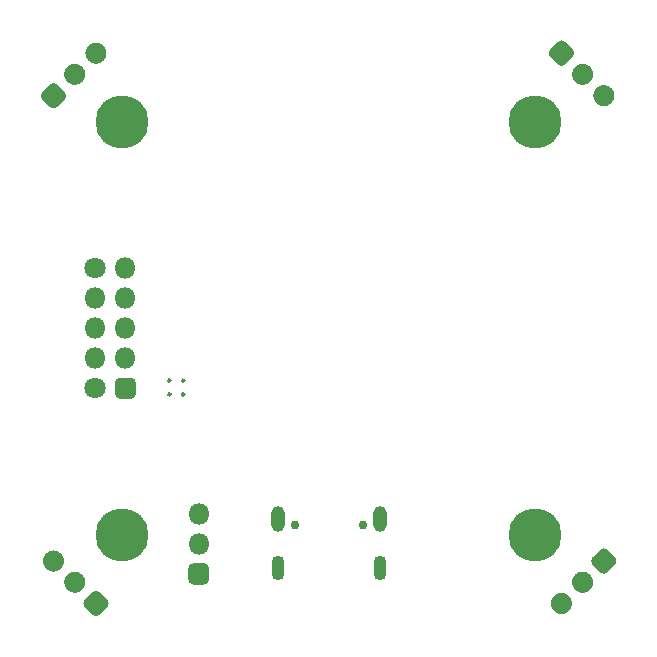
<source format=gbs>
%TF.GenerationSoftware,KiCad,Pcbnew,(5.1.9-0-10_14)*%
%TF.CreationDate,2021-01-25T23:13:15-08:00*%
%TF.ProjectId,flight-computer-2,666c6967-6874-42d6-936f-6d7075746572,rev?*%
%TF.SameCoordinates,PX57bcf00PY58b1140*%
%TF.FileFunction,Soldermask,Bot*%
%TF.FilePolarity,Negative*%
%FSLAX46Y46*%
G04 Gerber Fmt 4.6, Leading zero omitted, Abs format (unit mm)*
G04 Created by KiCad (PCBNEW (5.1.9-0-10_14)) date 2021-01-25 23:13:15*
%MOMM*%
%LPD*%
G01*
G04 APERTURE LIST*
%ADD10C,0.250000*%
%ADD11O,1.800000X1.800000*%
%ADD12C,1.800000*%
%ADD13O,1.100000X2.100000*%
%ADD14O,1.150000X2.200000*%
%ADD15C,0.750000*%
%ADD16C,4.500000*%
G04 APERTURE END LIST*
D10*
X13290000Y19910000D02*
G75*
G03*
X13290000Y19910000I-100000J0D01*
G01*
X12110000Y19910000D02*
G75*
G03*
X12110000Y19910000I-100000J0D01*
G01*
X13290000Y21090000D02*
G75*
G03*
X13290000Y21090000I-100000J0D01*
G01*
X12110000Y21090000D02*
G75*
G03*
X12110000Y21090000I-100000J0D01*
G01*
D11*
X14500000Y9790000D03*
X14500000Y7250000D03*
G36*
G01*
X15400000Y5160000D02*
X15400000Y4260000D01*
G75*
G02*
X14950000Y3810000I-450000J0D01*
G01*
X14050000Y3810000D01*
G75*
G02*
X13600000Y4260000I0J450000D01*
G01*
X13600000Y5160000D01*
G75*
G02*
X14050000Y5610000I450000J0D01*
G01*
X14950000Y5610000D01*
G75*
G02*
X15400000Y5160000I0J-450000D01*
G01*
G37*
D12*
X5750000Y30580000D03*
D11*
X8290000Y30580000D03*
X5750000Y28040000D03*
X8290000Y28040000D03*
X5750000Y25500000D03*
X8290000Y25500000D03*
X5750000Y22960000D03*
X8290000Y22960000D03*
D12*
X5750000Y20420000D03*
G36*
G01*
X7390000Y19970000D02*
X7390000Y20870000D01*
G75*
G02*
X7840000Y21320000I450000J0D01*
G01*
X8740000Y21320000D01*
G75*
G02*
X9190000Y20870000I0J-450000D01*
G01*
X9190000Y19970000D01*
G75*
G02*
X8740000Y19520000I-450000J0D01*
G01*
X7840000Y19520000D01*
G75*
G02*
X7390000Y19970000I0J450000D01*
G01*
G37*
D13*
X21180000Y5200000D03*
X29820000Y5200000D03*
D14*
X21180000Y9380000D03*
X29820000Y9380000D03*
D15*
X28390000Y8880000D03*
X22610000Y8880000D03*
D16*
X8000000Y43000000D03*
X43000000Y43000000D03*
X43000000Y8000000D03*
X8000000Y8000000D03*
G36*
G01*
X2840345Y6432447D02*
X2840345Y6432447D01*
G75*
G02*
X2840345Y5159655I-636396J-636396D01*
G01*
X2840345Y5159655D01*
G75*
G02*
X1567553Y5159655I-636396J636396D01*
G01*
X1567553Y5159655D01*
G75*
G02*
X1567553Y6432447I636396J636396D01*
G01*
X1567553Y6432447D01*
G75*
G02*
X2840345Y6432447I636396J-636396D01*
G01*
G37*
G36*
G01*
X4636396Y4636396D02*
X4636396Y4636396D01*
G75*
G02*
X4636396Y3363604I-636396J-636396D01*
G01*
X4636396Y3363604D01*
G75*
G02*
X3363604Y3363604I-636396J636396D01*
G01*
X3363604Y3363604D01*
G75*
G02*
X3363604Y4636396I636396J636396D01*
G01*
X3363604Y4636396D01*
G75*
G02*
X4636396Y4636396I636396J-636396D01*
G01*
G37*
G36*
G01*
X6114249Y3158543D02*
X6750645Y2522147D01*
G75*
G02*
X6750645Y1885751I-318198J-318198D01*
G01*
X6114249Y1249355D01*
G75*
G02*
X5477853Y1249355I-318198J318198D01*
G01*
X4841457Y1885751D01*
G75*
G02*
X4841457Y2522147I318198J318198D01*
G01*
X5477853Y3158543D01*
G75*
G02*
X6114249Y3158543I318198J-318198D01*
G01*
G37*
G36*
G01*
X44567553Y2840345D02*
X44567553Y2840345D01*
G75*
G02*
X45840345Y2840345I636396J-636396D01*
G01*
X45840345Y2840345D01*
G75*
G02*
X45840345Y1567553I-636396J-636396D01*
G01*
X45840345Y1567553D01*
G75*
G02*
X44567553Y1567553I-636396J636396D01*
G01*
X44567553Y1567553D01*
G75*
G02*
X44567553Y2840345I636396J636396D01*
G01*
G37*
G36*
G01*
X46363604Y4636396D02*
X46363604Y4636396D01*
G75*
G02*
X47636396Y4636396I636396J-636396D01*
G01*
X47636396Y4636396D01*
G75*
G02*
X47636396Y3363604I-636396J-636396D01*
G01*
X47636396Y3363604D01*
G75*
G02*
X46363604Y3363604I-636396J636396D01*
G01*
X46363604Y3363604D01*
G75*
G02*
X46363604Y4636396I636396J636396D01*
G01*
G37*
G36*
G01*
X47841457Y6114249D02*
X48477853Y6750645D01*
G75*
G02*
X49114249Y6750645I318198J-318198D01*
G01*
X49750645Y6114249D01*
G75*
G02*
X49750645Y5477853I-318198J-318198D01*
G01*
X49114249Y4841457D01*
G75*
G02*
X48477853Y4841457I-318198J318198D01*
G01*
X47841457Y5477853D01*
G75*
G02*
X47841457Y6114249I318198J318198D01*
G01*
G37*
G36*
G01*
X48159655Y44567553D02*
X48159655Y44567553D01*
G75*
G02*
X48159655Y45840345I636396J636396D01*
G01*
X48159655Y45840345D01*
G75*
G02*
X49432447Y45840345I636396J-636396D01*
G01*
X49432447Y45840345D01*
G75*
G02*
X49432447Y44567553I-636396J-636396D01*
G01*
X49432447Y44567553D01*
G75*
G02*
X48159655Y44567553I-636396J636396D01*
G01*
G37*
G36*
G01*
X46363604Y46363604D02*
X46363604Y46363604D01*
G75*
G02*
X46363604Y47636396I636396J636396D01*
G01*
X46363604Y47636396D01*
G75*
G02*
X47636396Y47636396I636396J-636396D01*
G01*
X47636396Y47636396D01*
G75*
G02*
X47636396Y46363604I-636396J-636396D01*
G01*
X47636396Y46363604D01*
G75*
G02*
X46363604Y46363604I-636396J636396D01*
G01*
G37*
G36*
G01*
X44885751Y47841457D02*
X44249355Y48477853D01*
G75*
G02*
X44249355Y49114249I318198J318198D01*
G01*
X44885751Y49750645D01*
G75*
G02*
X45522147Y49750645I318198J-318198D01*
G01*
X46158543Y49114249D01*
G75*
G02*
X46158543Y48477853I-318198J-318198D01*
G01*
X45522147Y47841457D01*
G75*
G02*
X44885751Y47841457I-318198J318198D01*
G01*
G37*
G36*
G01*
X6432447Y48159655D02*
X6432447Y48159655D01*
G75*
G02*
X5159655Y48159655I-636396J636396D01*
G01*
X5159655Y48159655D01*
G75*
G02*
X5159655Y49432447I636396J636396D01*
G01*
X5159655Y49432447D01*
G75*
G02*
X6432447Y49432447I636396J-636396D01*
G01*
X6432447Y49432447D01*
G75*
G02*
X6432447Y48159655I-636396J-636396D01*
G01*
G37*
G36*
G01*
X4636396Y46363604D02*
X4636396Y46363604D01*
G75*
G02*
X3363604Y46363604I-636396J636396D01*
G01*
X3363604Y46363604D01*
G75*
G02*
X3363604Y47636396I636396J636396D01*
G01*
X3363604Y47636396D01*
G75*
G02*
X4636396Y47636396I636396J-636396D01*
G01*
X4636396Y47636396D01*
G75*
G02*
X4636396Y46363604I-636396J-636396D01*
G01*
G37*
G36*
G01*
X3158543Y44885751D02*
X2522147Y44249355D01*
G75*
G02*
X1885751Y44249355I-318198J318198D01*
G01*
X1249355Y44885751D01*
G75*
G02*
X1249355Y45522147I318198J318198D01*
G01*
X1885751Y46158543D01*
G75*
G02*
X2522147Y46158543I318198J-318198D01*
G01*
X3158543Y45522147D01*
G75*
G02*
X3158543Y44885751I-318198J-318198D01*
G01*
G37*
M02*

</source>
